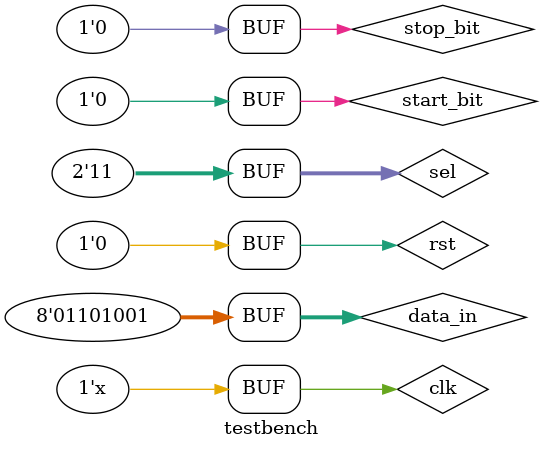
<source format=v>

module testbench;
    reg [7:0] data_in;
    reg clk, rst;
    reg [1:0] sel;
    reg start_bit;
    reg stop_bit;
    wire data;
    wire [7:0] data_out;
    wire parity_error, stopbit_error;
    
    always #1 clk = ~clk;
                // Adjust the clock period as needed
    
    baud_rate_generator brg ( clk, rst, sel, clkout);
    
    UART_TX uut_tx (
        .start_bit(start_bit),
        .stop_bit(stop_bit),
        .clk(clkout),
        .rst(rst),
        .tx_data(data_in),
        .TX_data_out(data)
        
    );
    
    UART_RX uut_rx (
        .data_i(data),
        .clk(clkout),
        .rst(rst),
        .data_out(data_out),
        .parity_error(parity_error),
        .stopbit_error(stopbit_error)
        
        
    );
    
    initial begin
        clk = 0;
        rst = 1;
        sel = 2'b11;
        start_bit = 1'b1;
        data_in = 8'b01101001;
        stop_bit = 1'b1;
        
        #10 rst = 0;
        #799 start_bit = 1'b0;
             stop_bit  = 1'b0;
             
        
        // Add more test cases as needed
    end
endmodule

</source>
